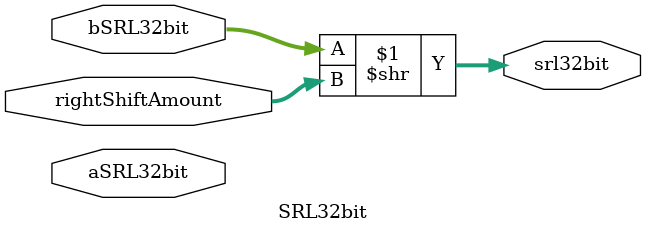
<source format=v>
module SRL32bit(
	input [31:0]aSRL32bit, bSRL32bit,
    input [4:0]rightShiftAmount,
	output [31:0]srl32bit
);
// Conexiones


// Cuerpo del modulo
assign srl32bit[31:0] = bSRL32bit[31:0] >> rightShiftAmount[4:0];

endmodule

</source>
